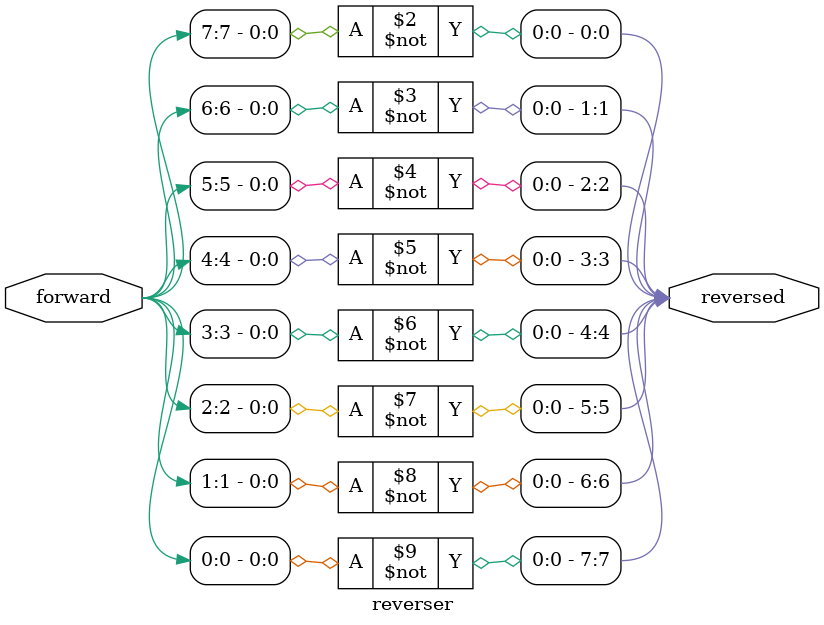
<source format=sv>
module  gaussianSimplified8(input pbits7,input pbits6, input[0:1] pbits5, 
		input[0:3] pbits4, input[0:7] pbits3, input[0:15] pbits2,
		input[0:15] pbits1, input[0:7] pbits0,
    		output[7:0] result
);

wire bit7;
wire bit6;
wire bit5;
wire bit4;
wire bit3;
wire bit2;
wire bit1;
wire bit0;

wire[1:0] pbits5bw;
wire[3:0] pbits4bw;
wire[7:0] pbits3bw;
wire[15:0] pbits2bw;
wire[15:0] pbits1bw;
wire[7:0] pbits0bw;


reverser #(.N(2))  rev5(pbits5, pbits5bw);
reverser #(.N(4))  rev4(pbits4, pbits4bw);
reverser #(.N(8))  rev3(pbits3, pbits3bw);
reverser #(.N(16)) rev2(pbits2, pbits2bw);
reverser #(.N(16)) rev1(pbits1, pbits1bw);
reverser #(.N(8)) rev0(pbits0, pbits0bw);

assign bit7 = pbits7;
mux #(.N(1)) muxbit6({~pbits6,	pbits6},  bit7, bit6);
mux #(.N(2)) muxbit5({pbits5bw, pbits5}, {bit7, bit6}, bit5);
mux #(.N(3)) muxbit4({pbits4bw, pbits4}, {bit7, bit6, bit5}, bit4);
mux #(.N(4)) muxbit3({pbits3bw, pbits3}, {bit7, bit6, bit5, bit4}, bit3);
mux #(.N(5)) muxbit2({pbits2bw, pbits2}, {bit7, bit6, bit5, bit4, bit3}, bit2);
mux #(.N(5)) muxbit1({pbits1bw, pbits1}, {bit7, bit6, bit5, bit4, bit3}, bit1);
mux #(.N(4)) muxbit0({pbits0bw, pbits0}, {bit7, bit6, bit5, bit4}, bit0);

assign result = {~bit7, bit6, bit5, bit4, bit3, bit2, bit1, bit0};

    


    
endmodule


module  mux #(parameter N = 1) (input[(2**N-1):0] entries,input[(N-1):0] sel, output result);
    if (N == 1) begin
        assign result = (sel == 1) ? entries[1] : entries[0];
    end
    else begin
        mux #(.N(N-1))uppermux(entries[2**N-1:2**(N-1)],sel[N-2:0],result1);
        mux #(.N(N-1))lowermux(entries[2**(N-1)-1:0],sel[N-2:0],result0);
        assign result = (sel[N-1] == 1) ? result1 : result0; 
    end
endmodule 

module reverser #(parameter N = 8) (input[(N-1):0] forward, output[(N-1):0] reversed);
    for (genvar i=0; i<N; i=i+1) begin
        assign reversed[i] = ~forward[N-1-i];
    end
endmodule



</source>
